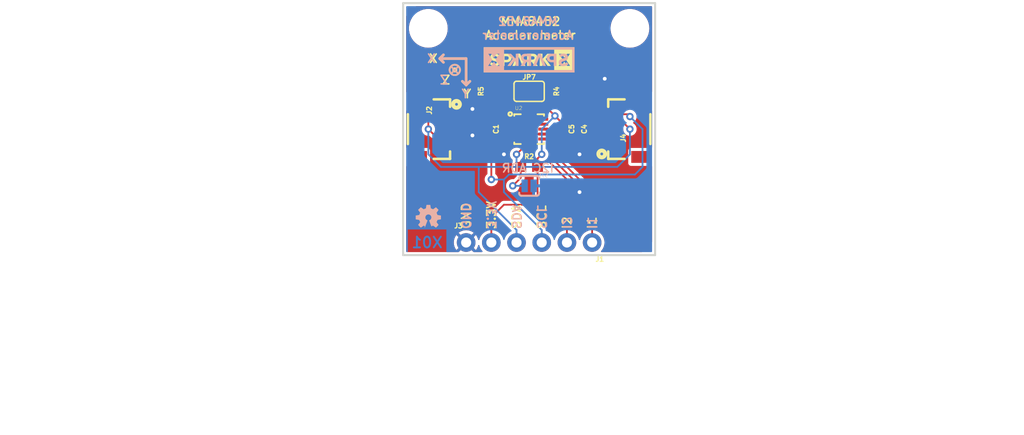
<source format=kicad_pcb>
(kicad_pcb (version 20211014) (generator pcbnew)
  (layers (0 "F.Cu" signal) (31 "B.Cu" signal) (34 "B.Paste" user) (35 "F.Paste" user) (36 "B.SilkS" user "B.Silkscreen") (37 "F.SilkS" user "F.Silkscreen") (38 "B.Mask" user) (39 "F.Mask" user) (44 "Edge.Cuts" user))
  (net 0 "")
  (net 1 "BYP")
  (net 2 "3.3V")
  (net 3 "GND")
  (net 4 "SCL")
  (net 5 "SDA")
  (net 6 "INT2")
  (net 7 "INT1")
  (net 8 "SA0")
  (net 9 "N$1")
  (net 10 "N$2")
  (footprint "eagleBoard:STAND-OFF" (layer "F.Cu") (at 138.3411 94.8436)
    (fp_text reference "JP3" hide)
    (fp_text value "STAND-OFF" hide)
    (pad "" np_thru_hole circle (at 0 0) (size 3.302 3.302) (drill 3.302) (layers *.Cu *.Mask))
  )
  (footprint "eagleBoard:0603" (layer "F.Cu") (at 144.6911 101.1936 90)
    (fp_text reference "R5" (at 0 -0.762 90) (layer "F.SilkS") (effects (font (size 0.48768 0.48768) (thickness 0.12192)) (justify bottom)))
    (fp_text value "4.7k")
    (pad "1" smd rect (at -0.85 0 90) (size 1.1 1) (layers "F.Cu" "F.Paste" "F.Mask") (net 5 "SDA"))
    (pad "2" smd rect (at 0.85 0 90) (size 1.1 1) (layers "F.Cu" "F.Paste" "F.Mask") (net 9 "N$1"))
  )
  (footprint "eagleBoard:SMT-JUMPER_3_2-NC_PASTE_SILK" (layer "F.Cu") (at 148.5011 101.1936)
    (fp_text reference "JP7" (at 0 -1.143) (layer "F.SilkS") (effects (font (size 0.48768 0.48768) (thickness 0.12192)) (justify bottom)))
    (fp_text value "")
    (fp_line (start -1.27 -1.016) (end 1.27 -1.016) (layer "F.SilkS") (width 0.1524))
    (fp_line (start 1.524 0.762) (end 1.524 -0.762) (layer "F.SilkS") (width 0.1524))
    (fp_line (start -1.524 0.762) (end -1.524 -0.762) (layer "F.SilkS") (width 0.1524))
    (fp_line (start 1.27 1.016) (end -1.27 1.016) (layer "F.SilkS") (width 0.1524))
    (fp_arc (start 1.524 0.762) (mid 1.449605 0.941605) (end 1.27 1.016) (layer "F.SilkS") (width 0.1524))
    (fp_arc (start -1.524 -0.762) (mid -1.449605 -0.941605) (end -1.27 -1.016) (layer "F.SilkS") (width 0.1524))
    (fp_arc (start 1.27 -1.016) (mid 1.449605 -0.941605) (end 1.524 -0.762) (layer "F.SilkS") (width 0.1524))
    (fp_arc (start -1.27 1.016) (mid -1.449605 0.941605) (end -1.524 0.762) (layer "F.SilkS") (width 0.1524))
    (pad "1" smd rect (at -0.8128 0) (size 0.635 1.27) (layers "F.Cu" "F.Mask") (net 9 "N$1"))
    (pad "2" smd rect (at 0 0) (size 0.635 1.27) (layers "F.Cu" "F.Mask") (net 2 "3.3V"))
    (pad "3" smd rect (at 0.8128 0) (size 0.635 1.27) (layers "F.Cu" "F.Mask") (net 10 "N$2"))
  )
  (footprint "eagleBoard:MICRO-FIDUCIAL" (layer "F.Cu") (at 160.3121 116.8146)
    (fp_text reference "JP2" hide)
    (fp_text value "FIDUCIALUFIDUCIAL" hide)
    (pad "1" smd roundrect (at 0 0) (size 0.635 0.635) (layers "F.Cu" "F.Mask") (roundrect_rratio 0.5))
  )
  (footprint "eagleBoard:0603" (layer "F.Cu") (at 144.6911 105.0036 -90)
    (fp_text reference "C1" (at 0 -0.762 -90) (layer "F.SilkS") (effects (font (size 0.48768 0.48768) (thickness 0.12192)) (justify bottom)))
    (fp_text value "0.1uF")
    (pad "1" smd rect (at -0.85 0 270) (size 1.1 1) (layers "F.Cu" "F.Paste" "F.Mask") (net 1 "BYP"))
    (pad "2" smd rect (at 0.85 0 270) (size 1.1 1) (layers "F.Cu" "F.Paste" "F.Mask") (net 3 "GND"))
  )
  (footprint "eagleBoard:MICRO-FIDUCIAL" (layer "F.Cu") (at 136.5631 93.0656)
    (fp_text reference "JP6" hide)
    (fp_text value "FIDUCIALUFIDUCIAL" hide)
    (pad "1" smd roundrect (at 0 0) (size 0.635 0.635) (layers "F.Cu" "F.Mask") (roundrect_rratio 0.5))
  )
  (footprint "eagleBoard:QFN-16_0.5MM" (layer "F.Cu") (at 148.5011 105.0036)
    (fp_text reference "U2" (at -1.45 -1.9) (layer "F.SilkS") (effects (font (size 0.373888 0.373888) (thickness 0.032512)) (justify left bottom)))
    (fp_text value "MMA8452Q")
    (fp_line (start -1.5 1.3432) (end -1.5 1.5) (layer "F.SilkS") (width 0.1778))
    (fp_line (start 1.5 -1.3432) (end 1.5 -1.5) (layer "F.SilkS") (width 0.1778))
    (fp_line (start -1.5 -1.3432) (end -1.5 -1.5) (layer "F.SilkS") (width 0.1778))
    (fp_line (start 1.5 -1.5) (end 0.8432 -1.5) (layer "F.SilkS") (width 0.1778))
    (fp_line (start -1.5 -1.5) (end -0.8432 -1.5) (layer "F.SilkS") (width 0.1778))
    (fp_line (start 1.5 1.3432) (end 1.5 1.5) (layer "F.SilkS") (width 0.1778))
    (fp_line (start -1.5 1.5) (end -0.8432 1.5) (layer "F.SilkS") (width 0.1778))
    (fp_line (start 1.5 1.5) (end 0.8432 1.5) (layer "F.SilkS") (width 0.1778))
    (fp_circle (center -1.905 -1.524) (end -1.828844 -1.524) (layer "F.SilkS") (width 0.2032) (fill none))
    (pad "1" smd rect (at -1.425 -1 270) (size 0.3 1) (layers "F.Cu" "F.Paste" "F.Mask") (net 2 "3.3V"))
    (pad "2" smd rect (at -1.425 -0.5 270) (size 0.3 1) (layers "F.Cu" "F.Paste" "F.Mask") (net 1 "BYP"))
    (pad "3" smd rect (at -1.425 0 270) (size 0.3 1) (layers "F.Cu" "F.Paste" "F.Mask"))
    (pad "4" smd rect (at -1.425 0.5 270) (size 0.3 1) (layers "F.Cu" "F.Paste" "F.Mask") (net 4 "SCL"))
    (pad "5" smd rect (at -1.425 1 270) (size 0.3 1) (layers "F.Cu" "F.Paste" "F.Mask") (net 3 "GND"))
    (pad "6" smd rect (at -0.5 1.425) (size 0.3 1) (layers "F.Cu" "F.Paste" "F.Mask") (net 5 "SDA"))
    (pad "7" smd rect (at 0 1.425) (size 0.3 1) (layers "F.Cu" "F.Paste" "F.Mask") (net 8 "SA0"))
    (pad "8" smd rect (at 0.5 1.425) (size 0.3 1) (layers "F.Cu" "F.Paste" "F.Mask"))
    (pad "9" smd rect (at 1.425 1 90) (size 0.3 1) (layers "F.Cu" "F.Paste" "F.Mask") (net 6 "INT2"))
    (pad "10" smd rect (at 1.425 0.5 90) (size 0.3 1) (layers "F.Cu" "F.Paste" "F.Mask") (net 3 "GND"))
    (pad "11" smd rect (at 1.425 0 90) (size 0.3 1) (layers "F.Cu" "F.Paste" "F.Mask") (net 7 "INT1"))
    (pad "12" smd rect (at 1.425 -0.5 90) (size 0.3 1) (layers "F.Cu" "F.Paste" "F.Mask") (net 3 "GND"))
    (pad "13" smd rect (at 1.425 -1 90) (size 0.3 1) (layers "F.Cu" "F.Paste" "F.Mask"))
    (pad "14" smd rect (at 0.5 -1.425 180) (size 0.3 1) (layers "F.Cu" "F.Paste" "F.Mask") (net 2 "3.3V"))
    (pad "15" smd rect (at 0 -1.425 180) (size 0.3 1) (layers "F.Cu" "F.Paste" "F.Mask"))
    (pad "16" smd rect (at -0.5 -1.425 180) (size 0.3 1) (layers "F.Cu" "F.Paste" "F.Mask"))
  )
  (footprint "eagleBoard:1X04_NO_SILK" (layer "F.Cu") (at 142.1511 116.4336)
    (fp_text reference "J3" (at -1.27 -1.397) (layer "F.SilkS") (effects (font (size 0.48768 0.48768) (thickness 0.12192)) (justify left bottom)))
    (fp_text value "PTH")
    (pad "1" thru_hole circle (at 0 0 90) (size 1.8796 1.8796) (drill 1.016) (layers *.Cu *.Mask) (net 3 "GND"))
    (pad "2" thru_hole circle (at 2.54 0 90) (size 1.8796 1.8796) (drill 1.016) (layers *.Cu *.Mask) (net 2 "3.3V"))
    (pad "3" thru_hole circle (at 5.08 0 90) (size 1.8796 1.8796) (drill 1.016) (layers *.Cu *.Mask) (net 5 "SDA"))
    (pad "4" thru_hole circle (at 7.62 0 90) (size 1.8796 1.8796) (drill 1.016) (layers *.Cu *.Mask) (net 4 "SCL"))
  )
  (footprint "eagleBoard:0603" (layer "F.Cu") (at 152.3111 101.1936 90)
    (fp_text reference "R4" (at 0 -0.762 90) (layer "F.SilkS") (effects (font (size 0.48768 0.48768) (thickness 0.12192)) (justify bottom)))
    (fp_text value "4.7k")
    (pad "1" smd rect (at -0.85 0 90) (size 1.1 1) (layers "F.Cu" "F.Paste" "F.Mask") (net 4 "SCL"))
    (pad "2" smd rect (at 0.85 0 90) (size 1.1 1) (layers "F.Cu" "F.Paste" "F.Mask") (net 10 "N$2"))
  )
  (footprint "eagleBoard:1X02_NO_SILK" (layer "F.Cu") (at 154.8511 116.4336 180)
    (fp_text reference "J1" (at -1.27 -1.397 180) (layer "F.SilkS") (effects (font (size 0.48768 0.48768) (thickness 0.12192)) (justify right top)))
    (fp_text value "")
    (pad "1" thru_hole circle (at 0 0 270) (size 1.8796 1.8796) (drill 1.016) (layers *.Cu *.Mask) (net 7 "INT1"))
    (pad "2" thru_hole circle (at 2.54 0 270) (size 1.8796 1.8796) (drill 1.016) (layers *.Cu *.Mask) (net 6 "INT2"))
  )
  (footprint "eagleBoard:0603" (layer "F.Cu") (at 148.5011 108.8136)
    (fp_text reference "R2" (at 0 -0.762) (layer "F.SilkS") (effects (font (size 0.48768 0.48768) (thickness 0.12192)) (justify bottom)))
    (fp_text value "10k")
    (pad "1" smd rect (at -0.85 0) (size 1.1 1) (layers "F.Cu" "F.Paste" "F.Mask") (net 8 "SA0"))
    (pad "2" smd rect (at 0.85 0) (size 1.1 1) (layers "F.Cu" "F.Paste" "F.Mask") (net 2 "3.3V"))
  )
  (footprint "eagleBoard:SPARKX-MEDIUM" (layer "F.Cu") (at 148.5011 98.0186)
    (fp_text reference "U$2" hide)
    (fp_text value "SPARKX-LOGO4" hide)
    (fp_poly (pts (xy 0.467247 -0.610908) (xy 0.559405 -0.590713) (xy 0.639462 -0.556901) (xy 0.707412 -0.509438) (xy 0.761528 -0.449759) (xy 0.800081 -0.379455) (xy 0.823889 -0.295634) (xy 0.513044 -0.295634) (xy 0.49326 -0.321553) (xy 0.427917 -0.353583) (xy 0.339846 -0.364418) (xy 0.077237 -0.364418) (xy 0.077237 -0.295634) (xy -0.202509 -0.295634) (xy -0.202509 -0.617646) (xy 0.363177 -0.617646)) (layer "F.SilkS") (width 0) (fill solid))
    (fp_poly (pts (xy -2.476681 0.000487) (xy -2.268076 0.000487) (xy -2.179495 -0.012423) (xy -2.113916 -0.051299) (xy -2.073186 -0.109683) (xy -2.059656 -0.180607) (xy -2.059656 -0.183345) (xy -2.07389 -0.261685) (xy -2.107186 -0.305634) (xy -1.791612 -0.305634) (xy -1.784441 -0.28073) (xy -1.77625 -0.189505) (xy -1.77625 -0.16442) (xy -1.778857 -0.169639) (xy -1.786895 -0.086136) (xy -1.816007 0.002126) (xy -1.862432 0.077275) (xy -1.923461 0.139229) (xy -1.997168 0.187031) (xy -2.082436 0.221506) (xy -2.177086 0.2422) (xy -2.277599 0.249143) (xy -2.477596 0.249143) (xy -2.477596 0.616734) (xy -2.757343 0.616734) (xy -2.757343 -0.305634) (xy -2.476681 -0.305634)) (layer "F.SilkS") (width 0) (fill solid))
    (fp_poly (pts (xy 1.865272 -0.295634) (xy 1.535904 -0.295634) (xy 1.834847 -0.617646) (xy 2.174284 -0.617646)) (layer "F.SilkS") (width 0) (fill solid))
    (fp_poly (pts (xy 1.344596 -0.295634) (xy 1.064846 -0.295634) (xy 1.064846 -0.617646) (xy 1.344596 -0.617646)) (layer "F.SilkS") (width 0) (fill solid))
    (fp_poly (pts (xy -3.164101 -0.264097) (xy -3.239432 -0.305634) (xy -3.135518 -0.305634)) (layer "F.SilkS") (width 0) (fill solid))
    (fp_poly (pts (xy 0.077237 -0.022375) (xy 0.345303 -0.022375) (xy 0.432552 -0.034292) (xy 0.495867 -0.068766) (xy 0.534478 -0.122507) (xy 0.547296 -0.191568) (xy 0.547296 -0.193407) (xy 0.533775 -0.268583) (xy 0.505388 -0.305634) (xy 0.820956 -0.305634) (xy 0.823121 -0.298646) (xy 0.830703 -0.207776) (xy 0.830703 -0.203573) (xy 0.812152 -0.067471) (xy 0.756624 0.041423) (xy 0.671694 0.123367) (xy 0.569647 0.177363) (xy 0.871762 0.618562) (xy 0.544141 0.618562) (xy 0.281707 0.226284) (xy 0.077237 0.226284) (xy 0.077237 0.618562) (xy -0.202509 0.618562) (xy -0.202509 -0.305634) (xy 0.077237 -0.305634)) (layer "F.SilkS") (width 0) (fill solid))
    (fp_poly (pts (xy -3.350864 -0.623897) (xy -3.231664 -0.593614) (xy -3.122681 -0.544594) (xy -3.018757 -0.474993) (xy -3.142402 -0.295634) (xy -3.221295 -0.295634) (xy -3.328541 -0.354727) (xy -3.406214 -0.378309) (xy -3.483831 -0.386332) (xy -3.551059 -0.378465) (xy -3.598739 -0.356196) (xy -3.626802 -0.323794) (xy -3.63342 -0.295634) (xy -3.909783 -0.295634) (xy -3.905449 -0.341086) (xy -3.88163 -0.413579) (xy -3.843373 -0.476992) (xy -3.792562 -0.531416) (xy -3.729539 -0.574971) (xy -3.655543 -0.607348) (xy -3.572421 -0.627359) (xy -3.48111 -0.634121)) (layer "F.SilkS") (width 0) (fill solid))
    (fp_poly (pts (xy 4.577 0.12824) (xy 3.80238 0.12824) (xy 3.705494 -0.013718) (xy 4.111722 -0.607646) (xy 3.817585 -0.607646) (xy 3.555172 -0.205715) (xy 3.294607 -0.607646) (xy 2.991304 -0.607646) (xy 3.397564 -0.010046) (xy 3.302701 0.12824) (xy 2.524231 0.12824) (xy 2.524231 -1.025528) (xy -4.332 -1.025528) (xy -4.332 1.025528) (xy 2.451934 1.025528) (xy 2.451934 1.270528) (xy -4.577 1.270528) (xy -4.577 -1.270528) (xy 4.577 -1.270528)) (layer "F.SilkS") (width 0) (fill solid))
    (fp_poly (pts (xy -2.145499 -0.611403) (xy -2.052069 -0.588123) (xy -1.971014 -0.550421) (xy -1.903114 -0.500214) (xy -1.848543 -0.437616) (xy -1.808605 -0.364015) (xy -1.788713 -0.295634) (xy -2.099613 -0.295634) (xy -2.116482 -0.317948) (xy -2.18378 -0.352785) (xy -2.273523 -0.364418) (xy -2.476681 -0.364418) (xy -2.476681 -0.295634) (xy -2.757343 -0.295634) (xy -2.757343 -0.619478) (xy -2.251062 -0.619478)) (layer "F.SilkS") (width 0) (fill solid))
    (fp_poly (pts (xy -3.63614 -0.28381) (xy -3.63614 -0.281243) (xy -3.625594 -0.231145) (xy -3.586256 -0.193557) (xy -3.506021 -0.161102) (xy -3.375421 -0.124571) (xy -3.20837 -0.069497) (xy -3.084773 0.004288) (xy -3.039813 0.051736) (xy -3.007425 0.106786) (xy -2.98779 0.171058) (xy -2.981431 0.246677) (xy -2.981431 0.254442) (xy -2.989734 0.340975) (xy -3.014776 0.418156) (xy -3.054999 0.484064) (xy -3.108523 0.538825) (xy -3.174819 0.581443) (xy -3.251936 0.612864) (xy -3.339283 0.632345) (xy -3.435454 0.638692) (xy -3.575258 0.62643) (xy -3.712363 0.589929) (xy -3.841957 0.528456) (xy -3.962905 0.437932) (xy -3.797445 0.239191) (xy -3.70858 0.303299) (xy -3.621793 0.350171) (xy -3.529975 0.379937) (xy -3.429933 0.389994) (xy -3.35618 0.382097) (xy -3.302034 0.35971) (xy -3.268752 0.325074) (xy -3.257521 0.278298) (xy -3.257521 0.275769) (xy -3.267162 0.231061) (xy -3.302086 0.195266) (xy -3.376797 0.161061) (xy -3.501746 0.12458) (xy -3.671424 0.073219) (xy -3.800513 0.00314) (xy -3.847977 -0.043804) (xy -3.883465 -0.101229) (xy -3.90566 -0.17153) (xy -3.913146 -0.255809) (xy -3.913146 -0.259925) (xy -3.908835 -0.305634) (xy -3.631093 -0.305634)) (layer "F.SilkS") (width 0) (fill solid))
    (fp_poly (pts (xy -0.379228 0.618562) (xy -0.672701 0.618562) (xy -1.040587 -0.283936) (xy -1.408473 0.618562) (xy -1.69463 0.618562) (xy -1.301346 -0.305634) (xy -0.772612 -0.305634)) (layer "F.SilkS") (width 0) (fill solid))
    (fp_poly (pts (xy -0.768357 -0.295634) (xy -1.305603 -0.295634) (xy -1.164592 -0.62679) (xy -0.909265 -0.62679)) (layer "F.SilkS") (width 0) (fill solid))
    (fp_poly (pts (xy 2.973067 0.608562) (xy 3.267199 0.608562) (xy 3.54697 0.183826) (xy 3.824894 0.608562) (xy 4.130023 0.608562) (xy 3.795558 0.11824) (xy 4.577 0.11824) (xy 4.577 1.270528) (xy 2.441934 1.270528) (xy 2.441934 1.025528) (xy 2.524231 1.025528) (xy 2.524231 0.11824) (xy 3.309564 0.11824)) (layer "F.SilkS") (width 0) (fill solid))
    (fp_poly (pts (xy 1.344596 -0.089545) (xy 1.545187 -0.305634) (xy 1.874867 -0.305634) (xy 1.669821 -0.091935) (xy 2.195332 0.618562) (xy 1.859174 0.618562) (xy 1.480797 0.099201) (xy 1.344596 0.240675) (xy 1.344596 0.618562) (xy 1.064846 0.618562) (xy 1.064846 -0.305634) (xy 1.344596 -0.305634)) (layer "F.SilkS") (width 0) (fill solid))
  )
  (footprint "eagleBoard:CREATIVE_COMMONS" (layer "F.Cu") (at 115.4811 135.4836)
    (fp_text reference "FRAME1" hide)
    (fp_text value "FRAME-LETTER" hide)
  )
  (footprint "eagleBoard:STAND-OFF" (layer "F.Cu") (at 158.6611 94.8436)
    (fp_text reference "JP4" hide)
    (fp_text value "STAND-OFF" hide)
    (pad "" np_thru_hole circle (at 0 0) (size 3.302 3.302) (drill 3.302) (layers *.Cu *.Mask))
  )
  (footprint "eagleBoard:0603" (layer "F.Cu") (at 152.3111 105.0036 -90)
    (fp_text reference "C5" (at 0 -0.762 -90) (layer "F.SilkS") (effects (font (size 0.48768 0.48768) (thickness 0.12192)) (justify bottom)))
    (fp_text value "4.7uF")
    (pad "1" smd rect (at -0.85 0 270) (size 1.1 1) (layers "F.Cu" "F.Paste" "F.Mask") (net 2 "3.3V"))
    (pad "2" smd rect (at 0.85 0 270) (size 1.1 1) (layers "F.Cu" "F.Paste" "F.Mask") (net 3 "GND"))
  )
  (footprint "eagleBoard:1X04_1MM_RA" (layer "F.Cu") (at 140.8811 105.0036 -90)
    (fp_text reference "J2" (at -1.397 2.159 -90) (layer "F.SilkS") (effects (font (size 0.48768 0.48768) (thickness 0.12192)) (justify left bottom)))
    (fp_text value "SMD")
    (fp_line (start -3 0.35) (end -2.25 0.35) (layer "F.SilkS") (width 0.254))
    (fp_line (start -1.5 4.6) (end 1.5 4.6) (layer "F.SilkS") (width 0.254))
    (fp_line (start 3 0.35) (end 3 2) (layer "F.SilkS") (width 0.254))
    (fp_line (start 2.25 0.35) (end 3 0.35) (layer "F.SilkS") (width 0.254))
    (fp_line (start -3 2) (end -3 0.35) (layer "F.SilkS") (width 0.254))
    (fp_circle (center -2.5 -0.3) (end -2.3586 -0.3) (layer "F.SilkS") (width 0.4) (fill none))
    (pad "1" smd rect (at -1.5 0 270) (size 0.6 1.35) (layers "F.Cu" "F.Paste" "F.Mask") (net 3 "GND"))
    (pad "2" smd rect (at -0.5 0 270) (size 0.6 1.35) (layers "F.Cu" "F.Paste" "F.Mask") (net 2 "3.3V"))
    (pad "3" smd rect (at 0.5 0 270) (size 0.6 1.35) (layers "F.Cu" "F.Paste" "F.Mask") (net 5 "SDA"))
    (pad "4" smd rect (at 1.5 0 270) (size 0.6 1.35) (layers "F.Cu" "F.Paste" "F.Mask") (net 4 "SCL"))
    (pad "NC1" smd rect (at 2.8 3.675 270) (size 1.2 2) (layers "F.Cu" "F.Paste" "F.Mask"))
    (pad "NC2" smd rect (at -2.8 3.675 270) (size 1.2 2) (layers "F.Cu" "F.Paste" "F.Mask"))
  )
  (footprint "eagleBoard:0603" (layer "F.Cu") (at 153.5811 105.0036 -90)
    (fp_text reference "C4" (at 0 -0.762 -90) (layer "F.SilkS") (effects (font (size 0.48768 0.48768) (thickness 0.12192)) (justify bottom)))
    (fp_text value "0.1uF")
    (pad "1" smd rect (at -0.85 0 270) (size 1.1 1) (layers "F.Cu" "F.Paste" "F.Mask") (net 2 "3.3V"))
    (pad "2" smd rect (at 0.85 0 270) (size 1.1 1) (layers "F.Cu" "F.Paste" "F.Mask") (net 3 "GND"))
  )
  (footprint "eagleBoard:1X04_1MM_RA" (layer "F.Cu") (at 156.1211 105.0036 90)
    (fp_text reference "J4" (at -1.397 2.159 90) (layer "F.SilkS") (effects (font (size 0.48768 0.48768) (thickness 0.12192)) (justify left bottom)))
    (fp_text value "SMD")
    (fp_line (start -3 2) (end -3 0.35) (layer "F.SilkS") (width 0.254))
    (fp_line (start -3 0.35) (end -2.25 0.35) (layer "F.SilkS") (width 0.254))
    (fp_line (start 2.25 0.35) (end 3 0.35) (layer "F.SilkS") (width 0.254))
    (fp_line (start -1.5 4.6) (end 1.5 4.6) (layer "F.SilkS") (width 0.254))
    (fp_line (start 3 0.35) (end 3 2) (layer "F.SilkS") (width 0.254))
    (fp_circle (center -2.5 -0.3) (end -2.3586 -0.3) (layer "F.SilkS") (width 0.4) (fill none))
    (pad "1" smd rect (at -1.5 0 90) (size 0.6 1.35) (layers "F.Cu" "F.Paste" "F.Mask") (net 3 "GND"))
    (pad "2" smd rect (at -0.5 0 90) (size 0.6 1.35) (layers "F.Cu" "F.Paste" "F.Mask") (net 2 "3.3V"))
    (pad "3" smd rect (at 0.5 0 90) (size 0.6 1.35) (layers "F.Cu" "F.Paste" "F.Mask") (net 5 "SDA"))
    (pad "4" smd rect (at 1.5 0 90) (size 0.6 1.35) (layers "F.Cu" "F.Paste" "F.Mask") (net 4 "SCL"))
    (pad "NC1" smd rect (at 2.8 3.675 90) (size 1.2 2) (layers "F.Cu" "F.Paste" "F.Mask"))
    (pad "NC2" smd rect (at -2.8 3.675 90) (size 1.2 2) (layers "F.Cu" "F.Paste" "F.Mask"))
  )
  (footprint "eagleBoard:OSHW-LOGO-MINI" (layer "B.Cu") (at 138.3411 113.8936 180)
    (fp_text reference "LOGO1" hide)
    (fp_text value "OSHW-LOGOMINI" hide)
    (fp_poly (pts (xy 0.248928 0.903689) (xy 0.26557 0.895368) (xy 0.275571 0.895368) (xy 0.29557 0.885368) (xy 0.305571 0.885368) (xy 0.32557 0.875368) (xy 0.35234 0.875368) (xy 0.36911 0.858598) (xy 0.37557 0.855368) (xy 0.385571 0.855368) (xy 0.41911 0.838598) (xy 0.42911 0.828598) (xy 0.43557 0.825368) (xy 0.445571 0.825368) (xy 0.467713 0.814296) (xy 0.760503 1.01622) (xy 1.036814 0.751922) (xy 0.823853 0.457832) (xy 0.82783 0.449878) (xy 0.8446 0.433108) (xy 0.8446 0.413108) (xy 0.84783 0.409878) (xy 0.85783 0.389878) (xy 0.8746 0.373108) (xy 0.8746 0.353108) (xy 0.8846 0.343108) (xy 0.8846 0.316338) (xy 0.88783 0.309878) (xy 0.9046 0.293108) (xy 0.9046 0.273108) (xy 0.9146 0.263108) (xy 0.9146 0.239559) (xy 1.2746 0.179559) (xy 1.2746 -0.204671) (xy 0.9146 -0.266386) (xy 0.9146 -0.271602) (xy 0.9046 -0.291601) (xy 0.9046 -0.301602) (xy 0.8946 -0.321601) (xy 0.8946 -0.331602) (xy 0.8746 -0.371601) (xy 0.8746 -0.381602) (xy 0.85783 -0.415141) (xy 0.84783 -0.425141) (xy 0.8446 -0.431601) (xy 0.8446 -0.441602) (xy 0.82783 -0.475141) (xy 0.822489 -0.480482) (xy 1.036774 -0.766197) (xy 0.761086 -1.041885) (xy 0.465167 -0.837804) (xy 0.45234 -0.850631) (xy 0.44234 -0.850631) (xy 0.43234 -0.860631) (xy 0.41234 -0.860631) (xy 0.40234 -0.870631) (xy 0.39234 -0.870631) (xy 0.38234 -0.880631) (xy 0.37234 -0.880631) (xy 0.3646 -0.888371) (xy 0.3646 -1.074642) (xy 0.079132 -0.303879) (xy 0.16409 -0.261401) (xy 0.18409 -0.241401) (xy 0.20409 -0.231401) (xy 0.23537 -0.200121) (xy 0.24537 -0.180121) (xy 0.26537 -0.160121) (xy 0.271403 -0.148055) (xy 0.281404 -0.118052) (xy 0.2886 -0.103661) (xy 0.2886 -0.086464) (xy 0.2986 -0.056464) (xy 0.2986 0.021201) (xy 0.2886 0.051201) (xy 0.2886 0.075862) (xy 0.272159 0.100524) (xy 0.262159 0.130523) (xy 0.227068 0.18316) (xy 0.192392 0.217836) (xy 0.139755 0.252927) (xy 0.109756 0.262927) (xy 0.085094 0.279368) (xy 0.060433 0.279368) (xy 0.030433 0.289368) (xy -0.028724 0.289368) (xy -0.068722 0.279368) (xy -0.091894 0.279368) (xy -0.116556 0.262927) (xy -0.146555 0.252927) (xy -0.169192 0.237836) (xy -0.189191 0.217837) (xy -0.219192 0.197836) (xy -0.233868 0.18316) (xy -0.268959 0.130523) (xy -0.3054 0.021201) (xy -0.3054 -0.026464) (xy -0.2954 -0.056464) (xy -0.2954 -0.083661) (xy -0.278204 -0.118052) (xy -0.268203 -0.148055) (xy -0.25217 -0.180121) (xy -0.23217 -0.200121) (xy -0.22217 -0.220121) (xy -0.21089 -0.231401) (xy -0.19089 -0.241401) (xy -0.17089 -0.261401) (xy -0.138824 -0.277434) (xy -0.074125 -0.299) (xy -0.308354 -0.931417) (xy -0.34914 -0.890631) (xy -0.36914 -0.890631) (xy -0.37914 -0.880631) (xy -0.38914 -0.880631) (xy -0.39914 -0.870631) (xy -0.40914 -0.870631) (xy -0.41914 -0.860631) (xy -0.42914 -0.860631) (xy -0.43914 -0.850631) (xy -0.44914 -0.850631) (xy -0.45914 -0.840631) (xy -0.46914 -0.840631) (xy -0.471967 -0.837804) (xy -0.76848 -1.042295) (xy -1.032615 -0.766154) (xy -0.82762 -0.479161) (xy -0.8314 -0.471602) (xy -0.8314 -0.461601) (xy -0.83463 -0.455141) (xy -0.84463 -0.445141) (xy -0.85463 -0.425141) (xy -0.8714 -0.408371) (xy -0.8714 -0.388371) (xy -0.8814 -0.378371) (xy -0.8814 -0.351601) (xy -0.88463 -0.345141) (xy -0.9014 -0.328371) (xy -0.9014 -0.308371) (xy -0.9114 -0.298371) (xy -0.9114 -0.271601) (xy -0.914252 -0.265897) (xy -1.2714 -0.204671) (xy -1.2714 0.179408) (xy -0.919721 0.239696) (xy -0.9114 0.256338) (xy -0.9114 0.266339) (xy -0.9014 0.286338) (xy -0.9014 0.296339) (xy -0.8814 0.336338) (xy -0.8814 0.346339) (xy -0.86463 0.379878) (xy -0.8614 0.383108) (xy -0.8614 0.403108) (xy -0.84463 0.419878) (xy -0.83463 0.439878) (xy -0.8314 0.443108) (xy -0.8314 0.460035) (xy -1.032654 0.751854) (xy -0.767886 1.016622) (xy -0.471967 0.812541) (xy -0.45914 0.825368) (xy -0.43914 0.825368) (xy -0.43591 0.828598) (xy -0.41591 0.838598) (xy -0.39914 0.855368) (xy -0.37914 0.855368) (xy -0.37591 0.858598) (xy -0.342371 0.875368) (xy -0.33237 0.875368) (xy -0.312371 0.885368) (xy -0.29914 0.885368) (xy -0.28914 0.895368) (xy -0.26237 0.895368) (xy -0.256666 0.89822) (xy -0.19544 1.255368) (xy 0.18864 1.255368)) (layer "B.SilkS") (width 0) (fill solid))
  )
  (footprint "eagleBoard:SJ_2S-NO" (layer "B.Cu") (at 148.5011 110.7186 180)
    (fp_text reference "SJ1" (at -0.908 1.27) (layer "B.SilkS") (effects (font (size 0.373888 0.373888) (thickness 0.032512)) (justify right top mirror)))
    (fp_text value "")
    (fp_line (start 0.8 -1) (end -0.8 -1) (layer "B.SilkS") (width 0.2032))
    (fp_line (start -0.8 1) (end 0.8 1) (layer "B.SilkS") (width 0.2032))
    (fp_arc (start -0.8 1) (mid -0.962132 0.891421) (end -1 0.7) (layer "B.SilkS") (width 0.2032))
    (fp_arc (start 1 0.7) (mid 0.962132 0.891421) (end 0.8 1) (layer "B.SilkS") (width 0.2032))
    (fp_arc (start -1 -0.7) (mid -0.962132 -0.891421) (end -0.8 -1) (layer "B.SilkS") (width 0.2032))
    (fp_arc (start 0.8 -1) (mid 0.962132 -0.891421) (end 1 -0.7) (layer "B.SilkS") (width 0.2032))
    (pad "1" smd rect (at -0.45 0 180) (size 0.635 1.27) (layers "B.Cu" "B.Mask") (net 3 "GND"))
    (pad "2" smd rect (at 0.45 0 180) (size 0.635 1.27) (layers "B.Cu" "B.Mask") (net 8 "SA0"))
  )
  (footprint "eagleBoard:SPARKX-MEDIUM" (layer "B.Cu") (at 148.5011 98.0186 180)
    (fp_text reference "U$1" hide)
    (fp_text value "SPARKX-LOGO4" hide)
    (fp_poly (pts (xy -2.145499 0.611403) (xy -2.052069 0.588123) (xy -1.971014 0.550421) (xy -1.903114 0.500214) (xy -1.848543 0.437616) (xy -1.808605 0.364015) (xy -1.788713 0.295634) (xy -2.099613 0.295634) (xy -2.116482 0.317948) (xy -2.18378 0.352785) (xy -2.273523 0.364418) (xy -2.476681 0.364418) (xy -2.476681 0.295634) (xy -2.757343 0.295634) (xy -2.757343 0.619478) (xy -2.251062 0.619478)) (layer "B.SilkS") (width 0) (fill solid))
    (fp_poly (pts (xy 0.077237 0.022375) (xy 0.345303 0.022375) (xy 0.432552 0.034292) (xy 0.495867 0.068766) (xy 0.534478 0.122507) (xy 0.547296 0.191568) (xy 0.547296 0.193407) (xy 0.533775 0.268583) (xy 0.505388 0.305634) (xy 0.820956 0.305634) (xy 0.823121 0.298646) (xy 0.830703 0.207776) (xy 0.830703 0.203573) (xy 0.812152 0.067471) (xy 0.756624 -0.041423) (xy 0.671694 -0.123367) (xy 0.569647 -0.177363) (xy 0.871762 -0.618562) (xy 0.544141 -0.618562) (xy 0.281707 -0.226284) (xy 0.077237 -0.226284) (xy 0.077237 -0.618562) (xy -0.202509 -0.618562) (xy -0.202509 0.305634) (xy 0.077237 0.305634)) (layer "B.SilkS") (width 0) (fill solid))
    (fp_poly (pts (xy -0.379228 -0.618562) (xy -0.672701 -0.618562) (xy -1.040587 0.283936) (xy -1.408473 -0.618562) (xy -1.69463 -0.618562) (xy -1.301346 0.305634) (xy -0.772612 0.305634)) (layer "B.SilkS") (width 0) (fill solid))
    (fp_poly (pts (xy -3.350864 0.623897) (xy -3.231664 0.593614) (xy -3.122681 0.544594) (xy -3.018757 0.474993) (xy -3.142402 0.295634) (xy -3.221295 0.295634) (xy -3.328541 0.354727) (xy -3.406214 0.378309) (xy -3.483831 0.386332) (xy -3.551059 0.378465) (xy -3.598739 0.356196) (xy -3.626802 0.323794) (xy -3.63342 0.295634) (xy -3.909783 0.295634) (xy -3.905449 0.341086) (xy -3.88163 0.413579) (xy -3.843373 0.476992) (xy -3.792562 0.531416) (xy -3.729539 0.574971) (xy -3.655543 0.607348) (xy -3.572421 0.627359) (xy -3.48111 0.634121)) (layer "B.SilkS") (width 0) (fill solid))
    (fp_poly (pts (xy 1.865272 0.295634) (xy 1.535904 0.295634) (xy 1.834847 0.617646) (xy 2.174284 0.617646)) (layer "B.SilkS") (width 0) (fill solid))
    (fp_poly (pts (xy -2.476681 -0.000487) (xy -2.268076 -0.000487) (xy -2.179495 0.012423) (xy -2.113916 0.051299) (xy -2.073186 0.109683) (xy -2.059656 0.180607) (xy -2.059656 0.183345) (xy -2.07389 0.261685) (xy -2.107186 0.305634) (xy -1.791612 0.305634) (xy -1.784441 0.28073) (xy -1.77625 0.189505) (xy -1.77625 0.16442) (xy -1.778857 0.169639) (xy -1.786895 0.086136) (xy -1.816007 -0.002126) (xy -1.862432 -0.077275) (xy -1.923461 -0.139229) (xy -1.997168 -0.187031) (xy -2.082436 -0.221506) (xy -2.177086 -0.2422) (xy -2.277599 -0.249143) (xy -2.477596 -0.249143) (xy -2.477596 -0.616734) (xy -2.757343 -0.616734) (xy -2.757343 0.305634) (xy -2.476681 0.305634)) (layer "B.SilkS") (width 0) (fill solid))
    (fp_poly (pts (xy -0.768357 0.295634) (xy -1.305603 0.295634) (xy -1.164592 0.62679) (xy -0.909265 0.62679)) (layer "B.SilkS") (width 0) (fill solid))
    (fp_poly (pts (xy 0.467247 0.610908) (xy 0.559405 0.590713) (xy 0.639462 0.556901) (xy 0.707412 0.509438) (xy 0.761528 0.449759) (xy 0.800081 0.379455) (xy 0.823889 0.295634) (xy 0.513044 0.295634) (xy 0.49326 0.321553) (xy 0.427917 0.353583) (xy 0.339846 0.364418) (xy 0.077237 0.364418) (xy 0.077237 0.295634) (xy -0.202509 0.295634) (xy -0.202509 0.617646) (xy 0.363177 0.617646)) (layer "B.SilkS") (width 0) (fill solid))
    (fp_poly (pts (xy -3.63614 0.28381) (xy -3.63614 0.281243) (xy -3.625594 0.231145) (xy -3.586256 0.193557) (xy -3.506021 0.161102) (xy -3.375421 0.124571) (xy -3.20837 0.069497) (xy -3.084773 -0.004288) (xy -3.039813 -0.051736) (xy -3.007425 -0.106786) (xy -2.98779 -0.171058) (xy -2.981431 -0.246677) (xy -2.981431 -0.254442) (xy -2.989734 -0.340975) (xy -3.014776 -0.418156) (xy -3.054999 -0.484064) (xy -3.108523 -0.538825) (xy -3.174819 -0.581443) (xy -3.251936 -0.612864) (xy -3.339283 -0.632345) (xy -3.435454 -0.638692) (xy -3.575258 -0.62643) (xy -3.712363 -0.589929) (xy -3.841957 -0.528456) (xy -3.962905 -0.437932) (xy -3.797445 -0.239191) (xy -3.70858 -0.303299) (xy -3.621793 -0.350171) (xy -3.529975 -0.379937) (xy -3.429933 -0.389994) (xy -3.35618 -0.382097) (xy -3.302034 -0.35971) (xy -3.268752 -0.325074) (xy -3.257521 -0.278298) (xy -3.257521 -0.275769) (xy -3.267162 -0.231061) (xy -3.302086 -0.195266) (xy -3.376797 -0.161061) (xy -3.501746 -0.12458) (xy -3.671424 -0.073219) (xy -3.800513 -0.00314) (xy -3.847977 0.043804) (xy -3.883465 0.101229) (xy -3.90566 0.17153) (xy -3.913146 0.255809) (xy -3.913146 0.259925) (xy -3.908835 0.305634) (xy -3.631093 0.305634)) (layer "B.SilkS") (width 0) (fill solid))
    (fp_poly (pts (xy 1.344596 0.295634) (xy 1.064846 0.295634) (xy 1.064846 0.617646) (xy 1.344596 0.617646)) (layer "B.SilkS") (width 0) (fill solid))
    (fp_poly (pts (xy 2.973067 -0.608562) (xy 3.267199 -0.608562) (xy 3.54697 -0.183826) (xy 3.824894 -0.608562) (xy 4.130023 -0.608562) (xy 3.795558 -0.11824) (xy 4.577 -0.11824) (xy 4.577 -1.270528) (xy 2.441934 -1.270528) (xy 2.441934 -1.025528) (xy 2.524231 -1.025528) (xy 2.524231 -0.11824) (xy 3.309564 -0.11824)) (layer "B.SilkS") (width 0) (fill solid))
    (fp_poly (pts (xy -3.164101 0.264097) (xy -3.239432 0.305634) (xy -3.135518 0.305634)) (layer "B.SilkS") (width 0) (fill solid))
    (fp_poly (pts (xy 1.344596 0.089545) (xy 1.545187 0.305634) (xy 1.874867 0.305634) (xy 1.669821 0.091935) (xy 2.195332 -0.618562) (xy 1.859174 -0.618562) (xy 1.480797 -0.099201) (xy 1.344596 -0.240675) (xy 1.344596 -0.618562) (xy 1.064846 -0.618562) (xy 1.064846 0.305634) (xy 1.344596 0.305634)) (layer "B.SilkS") (width 0) (fill solid))
    (fp_poly (pts (xy 4.577 -0.12824) (xy 3.80238 -0.12824) (xy 3.705494 0.013718) (xy 4.111722 0.607646) (xy 3.817585 0.607646) (xy 3.555172 0.205715) (xy 3.294607 0.607646) (xy 2.991304 0.607646) (xy 3.397564 0.010046) (xy 3.302701 -0.12824) (xy 2.524231 -0.12824) (xy 2.524231 1.025528) (xy -4.332 1.025528) (xy -4.332 -1.025528) (xy 2.451934 -1.025528) (xy 2.451934 -1.270528) (xy -4.577 -1.270528) (xy -4.577 1.270528) (xy 4.577 1.270528)) (layer "B.SilkS") (width 0) (fill solid))
  )
  (gr_line (start 141.3129 98.7298) (end 140.6779 99.3648) (layer "B.SilkS") (width 0.1778))
  (gr_line (start 139.4841 97.8916) (end 142.1511 97.8916) (layer "B.SilkS") (width 0.254))
  (gr_line (start 139.4841 97.8916) (end 139.8651 98.2726) (layer "B.SilkS") (width 0.254))
  (gr_line (start 142.1511 100.5586) (end 142.1511 97.8916) (layer "B.SilkS") (width 0.254))
  (gr_line (start 140.6779 98.7298) (end 141.3129 99.3648) (layer "B.SilkS") (width 0.1778))
  (gr_circle (center 141.0081 99.0346) (end 141.531734 99.0346) (layer "B.SilkS") (width 0.1778) (fill none))
  (gr_line (start 139.4841 97.8916) (end 139.8651 97.5106) (layer "B.SilkS") (width 0.254))
  (gr_line (start 142.1511 100.5586) (end 141.7701 100.1776) (layer "B.SilkS") (width 0.254))
  (gr_line (start 142.1511 100.5586) (end 142.5321 100.1776) (layer "B.SilkS") (width 0.254))
  (gr_line (start 142.1511 100.5586) (end 142.1511 97.8916) (layer "F.SilkS") (width 0.254))
  (gr_line (start 142.1511 100.5586) (end 141.7701 100.1776) (layer "F.SilkS") (width 0.254))
  (gr_circle (center 141.0081 99.0346) (end 141.1351 99.0346) (layer "F.SilkS") (width 0.254) (fill none))
  (gr_line (start 139.4841 97.8916) (end 142.1511 97.8916) (layer "F.SilkS") (width 0.254))
  (gr_circle (center 141.0081 99.0346) (end 141.531734 99.0346) (layer "F.SilkS") (width 0.1778) (fill none))
  (gr_line (start 139.4841 97.8916) (end 139.8651 98.2726) (layer "F.SilkS") (width 0.254))
  (gr_line (start 142.1511 100.5586) (end 142.5321 100.1776) (layer "F.SilkS") (width 0.254))
  (gr_line (start 139.4841 97.8916) (end 139.8651 97.5106) (layer "F.SilkS") (width 0.254))
  (gr_line (start 135.8011 92.3036) (end 161.2011 92.3036) (layer "Edge.Cuts") (width 0.2032))
  (gr_line (start 161.2011 92.3036) (end 161.2011 117.7036) (layer "Edge.Cuts") (width 0.2032))
  (gr_line (start 161.2011 117.7036) (end 135.8011 117.7036) (layer "Edge.Cuts") (width 0.2032))
  (gr_line (start 135.8011 117.7036) (end 135.8011 92.3036) (layer "Edge.Cuts") (width 0.2032))
  (gr_text "X01" (at 138.2141 116.4336) (layer "B.Cu") (effects (font (size 1.0795 1.0795) (thickness 0.1905)) (justify mirror)))
  (gr_text "I2" (at 152.3111 115.1636 -90) (layer "B.SilkS") (effects (font (size 0.8636 0.8636) (thickness 0.1524)) (justify left mirror)))
  (gr_text "SDA" (at 147.2311 115.1636 -90) (layer "B.SilkS") (effects (font (size 0.8636 0.8636) (thickness 0.1524)) (justify left mirror)))
  (gr_text "Z" (at 139.9159 100.0506) (layer "B.SilkS") (effects (font (size 0.8636 0.8636) (thickness 0.1524)) (justify mirror)))
  (gr_text "I2C ADR" (at 148.3741 108.9406) (layer "B.SilkS") (effects (font (size 0.8636 0.8636) (thickness 0.1524)) (justify mirror)))
  (gr_text "3.3V" (at 144.6911 115.1636 -90) (layer "B.SilkS") (effects (font (size 0.8636 0.8636) (thickness 0.1524)) (justify left mirror)))
  (gr_text "I1" (at 154.8511 115.1636 -90) (layer "B.SilkS") (effects (font (size 0.8636 0.8636) (thickness 0.1524)) (justify left mirror)))
  (gr_text "GND" (at 142.1511 115.1636 -90) (layer "B.SilkS") (effects (font (size 0.8636 0.8636) (thickness 0.1524)) (justify left mirror)))
  (gr_text "MMA8452\nAccelerometer" (at 148.3741 94.8436) (layer "B.SilkS") (effects (font (size 0.8636 0.8636) (thickness 0.1524)) (justify mirror)))
  (gr_text "SCL" (at 149.7711 115.1636 -90) (layer "B.SilkS") (effects (font (size 0.8636 0.8636) (thickness 0.1524)) (justify left mirror)))
  (gr_text "Y" (at 142.0749 101.4476) (layer "B.SilkS") (effects (font (size 0.8636 0.8636) (thickness 0.1524)) (justify mirror)))
  (gr_text "X" (at 138.6459 97.8916) (layer "B.SilkS") (effects (font (size 0.8636 0.8636) (thickness 0.1524)) (justify mirror)))
  (gr_text "MMA8452\nAccelerometer" (at 148.6281 94.8436) (layer "F.SilkS") (effects (font (size 0.8636 0.8636) (thickness 0.1524))))
  (gr_text "3.3V" (at 144.6911 115.1636 90) (layer "F.SilkS") (effects (font (size 0.8636 0.8636) (thickness 0.1524)) (justify left)))
  (gr_text "X" (at 138.8491 97.8916) (layer "F.SilkS") (effects (font (size 0.8636 0.8636) (thickness 0.1524))))
  (gr_text "I1" (at 154.8511 115.1636 90) (layer "F.SilkS") (effects (font (size 0.8636 0.8636) (thickness 0.1524)) (justify left)))
  (gr_text "I2" (at 152.3111 115.1636 90) (layer "F.SilkS") (effects (font (size 0.8636 0.8636) (thickness 0.1524)) (justify left)))
  (gr_text "SDA" (at 147.2311 115.1636 90) (layer "F.SilkS") (effects (font (size 0.8636 0.8636) (thickness 0.1524)) (justify left)))
  (gr_text "SCL" (at 149.7711 115.1636 90) (layer "F.SilkS") (effects (font (size 0.8636 0.8636) (thickness 0.1524)) (justify left)))
  (gr_text "Z" (at 140.1191 100.0506) (layer "F.SilkS") (effects (font (size 0.8636 0.8636) (thickness 0.1524))))
  (gr_text "Y" (at 142.2781 101.4476) (layer "F.SilkS") (effects (font (size 0.8636 0.8636) (thickness 0.1524))))
  (gr_text "GND" (at 142.1511 115.1636 90) (layer "F.SilkS") (effects (font (size 0.8636 0.8636) (thickness 0.1524)) (justify left)))
  (segment (start 145.9691 104.5036) (end 145.6191 104.1536) (width 0.1778) (layer "F.Cu") (net 1))
  (segment (start 144.6911 104.1536) (end 145.6191 104.1536) (width 0.1778) (layer "F.Cu") (net 1))
  (segment (start 147.0761 104.5036) (end 145.9691 104.5036) (width 0.1778) (layer "F.Cu") (net 1))
  (segment (start 147.0761 104.0036) (end 146.2311 104.0036) (width 0.1778) (layer "F.Cu") (net 2))
  (segment (start 144.6911 113.8936) (end 144.6911 116.4336) (width 0.1778) (layer "F.Cu") (net 2))
  (segment (start 156.1211 105.5036) (end 155.0971 105.5036) (width 0.1778) (layer "F.Cu") (net 2))
  (segment (start 149.0011 102.7256) (end 149.0091 102.7176) (width 0.1778) (layer "F.Cu") (net 2))
  (segment (start 153.5811 104.1536) (end 152.3111 104.1536) (width 0.1778) (layer "F.Cu") (net 2))
  (segment (start 151.1046 103.6701) (end 150.1521 102.7176) (width 0.1778) (layer "F.Cu") (net 2))
  (segment (start 153.5811 104.1536) (end 154.2551 104.1536) (width 0.1778) (layer "F.Cu") (net 2))
  (segment (start 148.5011 102.7176) (end 146.2151 102.7176) (width 0.1778) (layer "F.Cu") (net 2))
  (segment (start 152.3111 104.1536) (end 151.5881 104.1536) (width 0.1778) (layer "F.Cu") (net 2))
  (segment (start 146.2311 104.0036) (end 145.9611 103.7336) (width 0.1778) (layer "F.Cu") (net 2))
  (segment (start 149.3511 107.9636) (end 149.7711 107.5436) (width 0.1778) (layer "F.Cu") (net 2))
  (segment (start 145.9611 112.6236) (end 144.6911 113.8936) (width 0.1778) (layer "F.Cu") (net 2))
  (segment (start 149.0011 103.5786) (end 149.0011 102.7256) (width 0.1778) (layer "F.Cu") (net 2))
  (segment (start 145.9611 103.7336) (end 145.9611 102.9716) (width 0.1778) (layer "F.Cu") (net 2))
  (segment (start 151.5881 104.1536) (end 151.1046 103.6701) (width 0.1778) (layer "F.Cu") (net 2))
  (segment (start 154.8511 104.7496) (end 154.2551 104.1536) (width 0.1778) (layer "F.Cu") (net 2))
  (segment (start 148.5011 112.6236) (end 145.9611 112.6236) (width 0.1778) (layer "F.Cu") (net 2))
  (segment (start 144.0561 102.9716) (end 142.5241 104.5036) (width 0.1778) (layer "F.Cu") (net 2))
  (segment (start 150.1521 102.7176) (end 149.0091 102.7176) (width 0.1778) (layer "F.Cu") (net 2))
  (segment (start 145.9611 102.9716) (end 144.0561 102.9716) (width 0.1778) (layer "F.Cu") (net 2))
  (segment (start 149.3511 108.8136) (end 149.3511 111.7736) (width 0.1778) (layer "F.Cu") (net 2))
  (segment (start 155.0971 105.5036) (end 154.8511 105.2576) (width 0.1778) (layer "F.Cu") (net 2))
  (segment (start 146.2151 102.7176) (end 145.9611 102.9716) (width 0.1778) (layer "F.Cu") (net 2))
  (segment (start 149.3511 108.8136) (end 149.3511 107.9636) (width 0.1778) (layer "F.Cu") (net 2))
  (segment (start 154.8511 105.2576) (end 154.8511 104.7496) (width 0.1778) (layer "F.Cu") (net 2))
  (segment (start 149.3511 111.7736) (end 148.5011 112.6236) (width 0.1778) (layer "F.Cu") (net 2))
  (segment (start 148.5011 101.1936) (end 148.5011 102.7176) (width 0.1778) (layer "F.Cu") (net 2))
  (segment (start 140.8811 104.5036) (end 142.5241 104.5036) (width 0.1778) (layer "F.Cu") (net 2))
  (segment (start 149.0091 102.7176) (end 148.5011 102.7176) (width 0.1778) (layer "F.Cu") (net 2))
  (via (at 151.1046 103.6701) (size 0.7366) (drill 0.381) (layers "F.Cu" "B.Cu") (net 2))
  (via (at 149.7711 107.5436) (size 0.7366) (drill 0.381) (layers "F.Cu" "B.Cu") (net 2))
  (segment (start 149.7711 107.5436) (end 149.7711 105.0036) (width 0.1778) (layer "B.Cu") (net 2))
  (segment (start 149.7711 105.0036) (end 151.1046 103.6701) (width 0.1778) (layer "B.Cu") (net 2))
  (segment (start 149.1281 104.5036) (end 149.0091 104.6226) (width 0.1778) (layer "F.Cu") (net 3))
  (segment (start 149.9261 105.5036) (end 149.1281 105.5036) (width 0.1778) (layer "F.Cu") (net 3))
  (segment (start 151.0411 108.1786) (end 152.9461 110.0836) (width 0.1778) (layer "F.Cu") (net 3))
  (segment (start 149.9261 104.5036) (end 149.1281 104.5036) (width 0.1778) (layer "F.Cu") (net 3))
  (segment (start 149.9261 105.5036) (end 150.5251 105.5036) (width 0.1778) (layer "F.Cu") (net 3))
  (segment (start 152.9461 110.7186) (end 153.5811 111.3536) (width 0.1778) (layer "F.Cu") (net 3))
  (segment (start 146.4851 106.0036) (end 146.3421 106.1466) (width 0.254) (layer "F.Cu") (net 3))
  (segment (start 151.0411 106.0196) (end 151.0411 108.1786) (width 0.1778) (layer "F.Cu") (net 3))
  (segment (start 149.0091 105.3846) (end 149.0091 104.6226) (width 0.1778) (layer "F.Cu") (net 3))
  (segment (start 149.1281 105.5036) (end 149.0091 105.3846) (width 0.1778) (layer "F.Cu") (net 3))
  (segment (start 146.3421 106.1466) (end 146.3421 107.1626) (width 0.254) (layer "F.Cu") (net 3))
  (segment (start 146.3421 107.1626) (end 145.9611 107.5436) (width 0.254) (layer "F.Cu") (net 3))
  (segment (start 150.5251 105.5036) (end 151.0411 106.0196) (width 0.1778) (layer "F.Cu") (net 3))
  (segment (start 152.9461 110.0836) (end 152.9461 110.7186) (width 0.1778) (layer "F.Cu") (net 3))
  (segment (start 147.0761 106.0036) (end 146.4851 106.0036) (width 0.254) (layer "F.Cu") (net 3))
  (via (at 153.5811 111.3536) (size 0.7366) (drill 0.381) (layers "F.Cu" "B.Cu") (net 3))
  (via (at 142.7861 105.6386) (size 0.7366) (drill 0.381) (layers "F.Cu" "B.Cu") (net 3))
  (via (at 142.7861 102.9716) (size 0.7366) (drill 0.381) (layers "F.Cu" "B.Cu") (net 3))
  (via (at 156.1211 99.9236) (size 0.7366) (drill 0.381) (layers "F.Cu" "B.Cu") (net 3))
  (via (at 153.5811 107.5436) (size 0.7366) (drill 0.381) (layers "F.Cu" "B.Cu") (net 3))
  (via (at 145.9611 107.5436) (size 0.7366) (drill 0.381) (layers "F.Cu" "B.Cu") (net 3))
  (segment (start 156.1211 103.5036) (end 158.4311 103.5036) (width 0.1778) (layer "F.Cu") (net 4))
  (segment (start 144.6911 107.2896) (end 144.6911 110.0836) (width 0.1778) (layer "F.Cu") (net 4))
  (segment (start 152.3111 102.0436) (end 153.4151 102.0436) (width 0.1778) (layer "F.Cu") (net 4))
  (segment (start 147.0761 105.5036) (end 145.9691 105.5036) (width 0.1778) (layer "F.Cu") (net 4))
  (segment (start 140.8811 106.5036) (end 142.1271 106.5036) (width 0.1778) (layer "F.Cu") (net 4))
  (segment (start 144.9451 107.2896) (end 144.6911 107.2896) (width 0.1778) (layer "F.Cu") (net 4))
  (segment (start 142.9131 107.2896) (end 142.1271 106.5036) (width 0.1778) (layer "F.Cu") (net 4))
  (segment (start 158.4311 103.5036) (end 158.6611 103.7336) (width 0.1778) (layer "F.Cu") (net 4))
  (segment (start 144.6911 107.2896) (end 142.9131 107.2896) (width 0.1778) (layer "F.Cu") (net 4))
  (segment (start 153.4151 102.0436) (end 154.8751 103.5036) (width 0.1778) (layer "F.Cu") (net 4))
  (segment (start 156.1211 103.5036) (end 154.8751 103.5036) (width 0.1778) (layer "F.Cu") (net 4))
  (segment (start 145.5801 105.8926) (end 145.5801 106.6546) (width 0.1778) (layer "F.Cu") (net 4))
  (segment (start 145.5801 106.6546) (end 144.9451 107.2896) (width 0.1778) (layer "F.Cu") (net 4))
  (segment (start 145.9691 105.5036) (end 145.5801 105.8926) (width 0.1778) (layer "F.Cu") (net 4))
  (via (at 144.6911 110.0836) (size 0.7366) (drill 0.381) (layers "F.Cu" "B.Cu") (net 4))
  (via (at 158.6611 103.7336) (size 0.7366) (drill 0.381) (layers "F.Cu" "B.Cu") (net 4))
  (segment (start 158.6611 103.7336) (end 159.9311 105.0036) (width 0.1778) (layer "B.Cu") (net 4))
  (segment (start 159.1691 109.5756) (end 159.9311 108.8136) (width 0.1778) (layer "B.Cu") (net 4))
  (segment (start 146.4691 109.5756) (end 145.9611 110.0836) (width 0.1778) (layer "B.Cu") (net 4))
  (segment (start 145.9611 110.0836) (end 144.6911 110.0836) (width 0.1778) (layer "B.Cu") (net 4))
  (segment (start 159.1691 109.5756) (end 146.4691 109.5756) (width 0.1778) (layer "B.Cu") (net 4))
  (segment (start 149.7711 115.1636) (end 145.9611 111.3536) (width 0.1778) (layer "B.Cu") (net 4))
  (segment (start 149.7711 116.4336) (end 149.7711 115.1636) (width 0.1778) (layer "B.Cu") (net 4))
  (segment (start 159.9311 105.0036) (end 159.9311 108.8136) (width 0.1778) (layer "B.Cu") (net 4))
  (segment (start 145.9611 111.3536) (end 145.9611 110.0836) (width 0.1778) (layer "B.Cu") (net 4))
  (segment (start 158.1611 104.5036) (end 158.6611 105.0036) (width 0.1778) (layer "F.Cu") (net 5))
  (segment (start 140.8811 105.5036) (end 138.8411 105.5036) (width 0.1778) (layer "F.Cu") (net 5))
  (segment (start 138.8411 105.5036) (end 138.3411 105.0036) (width 0.1778) (layer "F.Cu") (net 5))
  (segment (start 148.0011 106.4286) (end 148.0011 106.7736) (width 0.1778) (layer "F.Cu") (net 5))
  (segment (start 138.3411 103.7336) (end 138.3411 105.0036) (width 0.1778) (layer "F.Cu") (net 5))
  (segment (start 156.1211 104.5036) (end 158.1611 104.5036) (width 0.1778) (layer "F.Cu") (net 5))
  (segment (start 144.6911 102.0436) (end 140.0311 102.0436) (width 0.1778) (layer "F.Cu") (net 5))
  (segment (start 148.0011 106.7736) (end 147.2311 107.5436) (width 0.1778) (layer "F.Cu") (net 5))
  (segment (start 140.0311 102.0436) (end 138.3411 103.7336) (width 0.1778) (layer "F.Cu") (net 5))
  (via (at 147.2311 107.5436) (size 0.7366) (drill 0.381) (layers "F.Cu" "B.Cu") (net 5))
  (via (at 138.3411 105.0036) (size 0.7366) (drill 0.381) (layers "F.Cu" "B.Cu") (net 5))
  (via (at 158.6611 105.0036) (size 0.7366) (drill 0.381) (layers "F.Cu" "B.Cu") (net 5))
  (segment (start 147.2311 116.4336) (end 147.2311 115.1636) (width 0.1778) (layer "B.Cu") (net 5))
  (segment (start 158.6611 105.0036) (end 158.6611 107.5436) (width 0.1778) (layer "B.Cu") (net 5))
  (segment (start 143.4211 111.3536) (end 143.4211 108.8136) (width 0.1778) (layer "B.Cu") (net 5))
  (segment (start 139.6111 108.8136) (end 138.3411 107.5436) (width 0.1778) (layer "B.Cu") (net 5))
  (segment (start 147.2311 108.8136) (end 143.4211 108.8136) (width 0.1778) (layer "B.Cu") (net 5))
  (segment (start 147.2311 107.5436) (end 147.2311 108.8136) (width 0.1778) (layer "B.Cu") (net 5))
  (segment (start 138.3411 107.5436) (end 138.3411 105.0036) (width 0.1778) (layer "B.Cu") (net 5))
  (segment (start 147.2311 115.1636) (end 143.4211 111.3536) (width 0.1778) (layer "B.Cu") (net 5))
  (segment (start 158.6611 107.5436) (end 157.3911 108.8136) (width 0.1778) (layer "B.Cu") (net 5))
  (segment (start 157.3911 108.8136) (end 147.2311 108.8136) (width 0.1778) (layer "B.Cu") (net 5))
  (segment (start 143.4211 108.8136) (end 139.6111 108.8136) (width 0.1778) (layer "B.Cu") (net 5))
  (segment (start 149.9261 106.0036) (end 150.3901 106.0036) (width 0.1778) (layer "F.Cu") (net 6))
  (segment (start 150.6601 106.2736) (end 150.6601 108.4326) (width 0.1778) (layer "F.Cu") (net 6))
  (segment (start 152.3111 110.0836) (end 152.3111 116.4336) (width 0.1778) (layer "F.Cu") (net 6))
  (segment (start 150.6601 108.4326) (end 152.3111 110.0836) (width 0.1778) (layer "F.Cu") (net 6))
  (segment (start 150.3901 106.0036) (end 150.6601 106.2736) (width 0.1778) (layer "F.Cu") (net 6))
  (segment (start 151.4221 105.6386) (end 150.7871 105.0036) (width 0.1778) (layer "F.Cu") (net 7))
  (segment (start 151.4221 107.9246) (end 151.4221 105.6386) (width 0.1778) (layer "F.Cu") (net 7))
  (segment (start 149.9261 105.0036) (end 150.7871 105.0036) (width 0.1778) (layer "F.Cu") (net 7))
  (segment (start 154.8511 111.3536) (end 154.8511 116.4336) (width 0.1778) (layer "F.Cu") (net 7))
  (segment (start 151.4221 107.9246) (end 154.8511 111.3536) (width 0.1778) (layer "F.Cu") (net 7))
  (segment (start 147.6511 109.9176) (end 146.8501 110.7186) (width 0.1778) (layer "F.Cu") (net 8))
  (segment (start 148.5011 106.4286) (end 148.5011 107.4166) (width 0.1778) (layer "F.Cu") (net 8))
  (segment (start 147.6511 108.8136) (end 147.6511 108.2666) (width 0.1778) (layer "F.Cu") (net 8))
  (segment (start 148.5011 107.4166) (end 147.6511 108.2666) (width 0.1778) (layer "F.Cu") (net 8))
  (segment (start 147.6511 108.8136) (end 147.6511 109.9176) (width 0.1778) (layer "F.Cu") (net 8))
  (via (at 146.8501 110.7186) (size 0.7366) (drill 0.381) (layers "F.Cu" "B.Cu") (net 8))
  (segment (start 148.0511 110.7186) (end 146.8501 110.7186) (width 0.1778) (layer "B.Cu") (net 8))
  (segment (start 146.7231 101.1936) (end 145.8731 100.3436) (width 0.1778) (layer "F.Cu") (net 9))
  (segment (start 147.6883 101.1936) (end 146.7231 101.1936) (width 0.1778) (layer "F.Cu") (net 9))
  (segment (start 144.6911 100.3436) (end 145.8731 100.3436) (width 0.1778) (layer "F.Cu") (net 9))
  (segment (start 149.3139 101.1936) (end 150.2791 101.1936) (width 0.1778) (layer "F.Cu") (net 10))
  (segment (start 150.2791 101.1936) (end 151.1291 100.3436) (width 0.1778) (layer "F.Cu") (net 10))
  (segment (start 152.3111 100.3436) (end 151.1291 100.3436) (width 0.1778) (layer "F.Cu") (net 10))
  (zone (net 3) (net_name "GND") (layer "F.Cu") (priority 6) (connect_pads (clearance 0.3048)) (min_thickness 0.127) (fill yes (thermal_gap 0.304) (thermal_bridge_width 0.304))
    (polygon (pts (xy 161.3281 117.8306) (xy 135.6741 117.8306) (xy 135.6741 92.1766) (xy 161.3281 92.1766)))
  )
  (zone (net 3) (net_name "GND") (layer "B.Cu") (priority 6) (connect_pads (clearance 0.3048)) (min_thickness 0.127) (fill yes (thermal_gap 0.304) (thermal_bridge_width 0.304))
    (polygon (pts (xy 161.3281 117.8306) (xy 135.6741 117.8306) (xy 135.6741 92.1766) (xy 161.3281 92.1766)))
  )
)
</source>
